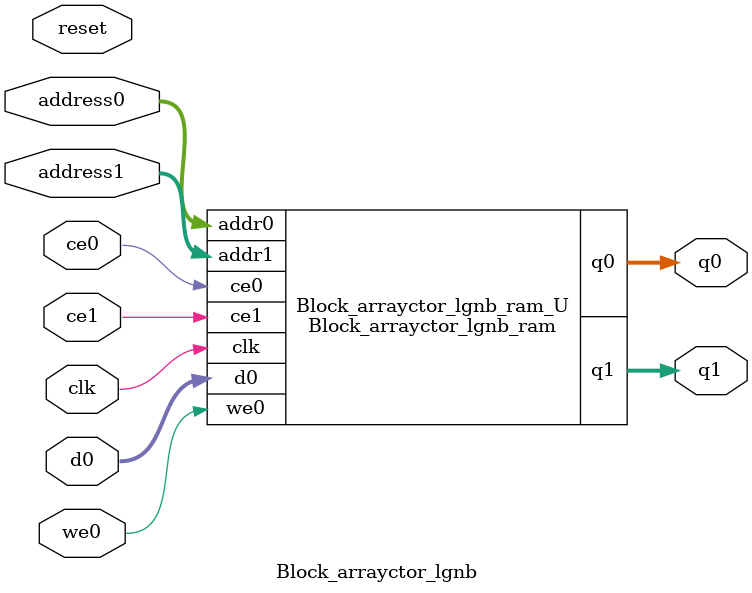
<source format=v>
`timescale 1 ns / 1 ps
module Block_arrayctor_lgnb_ram (addr0, ce0, d0, we0, q0, addr1, ce1, q1,  clk);

parameter DWIDTH = 5;
parameter AWIDTH = 13;
parameter MEM_SIZE = 5120;

input[AWIDTH-1:0] addr0;
input ce0;
input[DWIDTH-1:0] d0;
input we0;
output reg[DWIDTH-1:0] q0;
input[AWIDTH-1:0] addr1;
input ce1;
output reg[DWIDTH-1:0] q1;
input clk;

(* ram_style = "block" *)reg [DWIDTH-1:0] ram[0:MEM_SIZE-1];




always @(posedge clk)  
begin 
    if (ce0) begin
        if (we0) 
            ram[addr0] <= d0; 
        q0 <= ram[addr0];
    end
end


always @(posedge clk)  
begin 
    if (ce1) begin
        q1 <= ram[addr1];
    end
end


endmodule

`timescale 1 ns / 1 ps
module Block_arrayctor_lgnb(
    reset,
    clk,
    address0,
    ce0,
    we0,
    d0,
    q0,
    address1,
    ce1,
    q1);

parameter DataWidth = 32'd5;
parameter AddressRange = 32'd5120;
parameter AddressWidth = 32'd13;
input reset;
input clk;
input[AddressWidth - 1:0] address0;
input ce0;
input we0;
input[DataWidth - 1:0] d0;
output[DataWidth - 1:0] q0;
input[AddressWidth - 1:0] address1;
input ce1;
output[DataWidth - 1:0] q1;



Block_arrayctor_lgnb_ram Block_arrayctor_lgnb_ram_U(
    .clk( clk ),
    .addr0( address0 ),
    .ce0( ce0 ),
    .we0( we0 ),
    .d0( d0 ),
    .q0( q0 ),
    .addr1( address1 ),
    .ce1( ce1 ),
    .q1( q1 ));

endmodule


</source>
